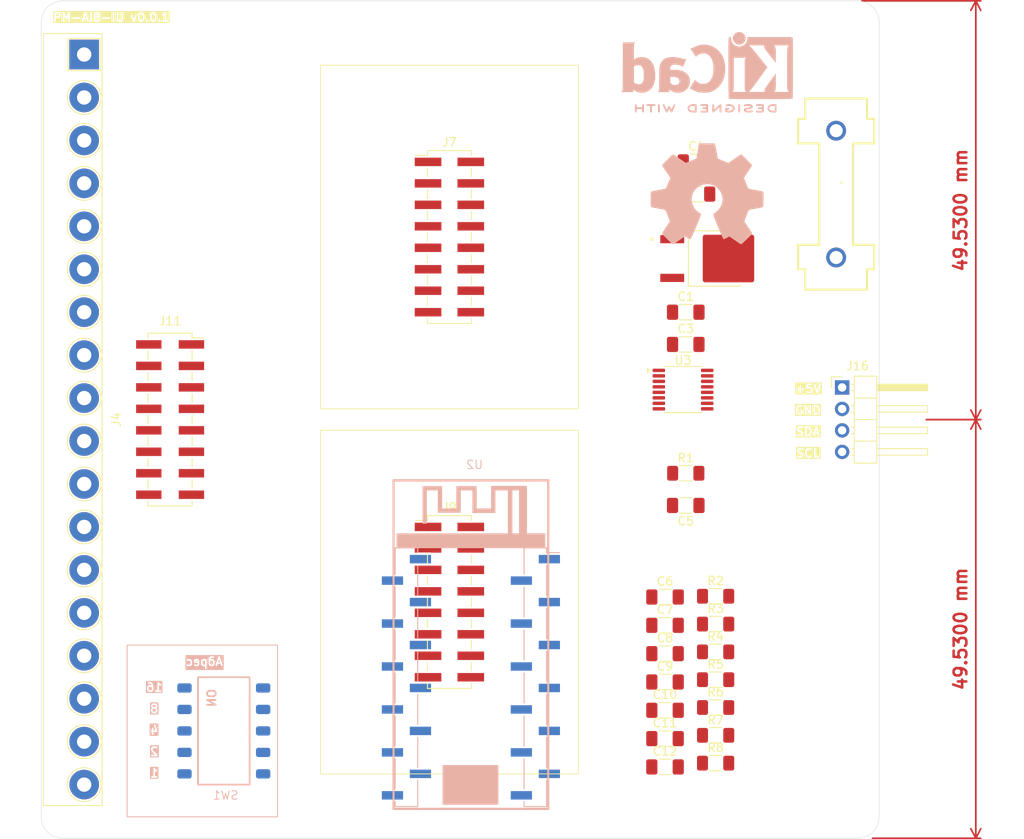
<source format=kicad_pcb>
(kicad_pcb (version 20240108) (generator "pcbnew") (generator_version "8.0")
  (layers (0 "F.Cu" signal) (31 "B.Cu" signal) (34 "B.Paste" user) (35 "F.Paste" user) (36 "B.SilkS" user "B.Silkscreen") (37 "F.SilkS" user "F.Silkscreen") (38 "B.Mask" user) (39 "F.Mask" user) (44 "Edge.Cuts" user))
  (net 0 "")
  (net 1 "/SCL")
  (net 2 "/SDA")
  (net 3 "GND")
  (net 4 "/AIN0")
  (net 5 "/AIN1")
  (net 6 "/AIN2")
  (net 7 "/AIN3")
  (net 8 "/AIN7")
  (net 10 "/AIN6")
  (net 11 "/AIN4")
  (net 12 "/AIN5")
  (net 44 "+3.3V")
  (net 45 "Net-(J7-Pin_4)")
  (net 46 "Net-(J7-Pin_6)")
  (net 47 "Net-(J7-Pin_2)")
  (net 48 "Net-(J7-Pin_8)")
  (net 49 "Net-(J9-Pin_6)")
  (net 50 "Net-(J9-Pin_4)")
  (net 51 "Net-(J9-Pin_2)")
  (net 52 "Net-(J9-Pin_8)")
  (net 53 "/MOSI")
  (net 54 "/CLK")
  (net 55 "/CS")
  (net 56 "/MISO")
  (net 65 "Net-(J16-Pin_1)")
  (net 66 "Net-(J2-Pin_2)")
  (net 67 "Net-(J2-Pin_3)")
  (net 68 "Net-(J2-Pin_5)")
  (net 69 "Net-(J2-Pin_1)")
  (net 70 "Net-(J2-Pin_4)")
  (net 71 "+5V")
  (net 72 "/AVCC")
  (net 73 "Net-(U3-IN0)")
  (net 74 "Net-(U3-IN1)")
  (net 75 "Net-(U3-IN2)")
  (net 76 "Net-(U3-IN3)")
  (net 77 "Net-(U3-IN4)")
  (net 78 "Net-(U3-IN5)")
  (net 79 "Net-(U3-IN6)")
  (net 80 "Net-(U3-IN7)")
  (footprint "MountingHole:MountingHole_3.2mm_M3" (layer "F.Cu") (at 60.96 146.05)
    (property "Reference" "H4" (hide yes))
    (property "Value" "MountingHole" (hide yes))
    (pad "" np_thru_hole circle (at 0 0) (size 3.2 3.2) (drill 3.2) (layers "F&B.Cu" "*.Mask"))
  )
  (footprint "Capacitor_SMD:C_1206_3216Metric_Pad1.33x1.80mm_HandSolder" (layer "F.Cu") (at 102.87 73.66)
    (property "Reference" "C2" (at 0 -1.85 0) (layer "F.SilkS"))
    (property "Value" "100nF 1206")
    (pad "1" smd roundrect (at -1.5625 0) (size 1.325 1.8) (layers "F.Cu" "F.Paste" "F.Mask") (roundrect_rratio 0.188679) (net 71 "+5V"))
    (pad "2" smd roundrect (at 1.5625 0) (size 1.325 1.8) (layers "F.Cu" "F.Paste" "F.Mask") (roundrect_rratio 0.188679) (net 3 "GND"))
  )
  (footprint "Package_SO:TSSOP-16_4.4x5mm_P0.65mm" (layer "F.Cu") (at 101.2775 96.785)
    (property "Reference" "U3" (at 0 -3.45 0) (layer "F.SilkS"))
    (property "Value" "ADC128S102CIMT")
    (pad "1" smd roundrect (at -2.8625 -2.275) (size 1.475 0.4) (layers "F.Cu" "F.Paste" "F.Mask") (net 55 "/CS"))
    (pad "2" smd roundrect (at -2.8625 -1.625) (size 1.475 0.4) (layers "F.Cu" "F.Paste" "F.Mask") (net 72 "/AVCC"))
    (pad "3" smd roundrect (at -2.8625 -0.975) (size 1.475 0.4) (layers "F.Cu" "F.Paste" "F.Mask") (net 3 "GND"))
    (pad "4" smd roundrect (at -2.8625 -0.325) (size 1.475 0.4) (layers "F.Cu" "F.Paste" "F.Mask") (net 73 "Net-(U3-IN0)"))
    (pad "5" smd roundrect (at -2.8625 0.325) (size 1.475 0.4) (layers "F.Cu" "F.Paste" "F.Mask") (net 74 "Net-(U3-IN1)"))
    (pad "6" smd roundrect (at -2.8625 0.975) (size 1.475 0.4) (layers "F.Cu" "F.Paste" "F.Mask") (net 75 "Net-(U3-IN2)"))
    (pad "7" smd roundrect (at -2.8625 1.625) (size 1.475 0.4) (layers "F.Cu" "F.Paste" "F.Mask") (net 76 "Net-(U3-IN3)"))
    (pad "8" smd roundrect (at -2.8625 2.275) (size 1.475 0.4) (layers "F.Cu" "F.Paste" "F.Mask") (net 77 "Net-(U3-IN4)"))
    (pad "9" smd roundrect (at 2.8625 2.275) (size 1.475 0.4) (layers "F.Cu" "F.Paste" "F.Mask") (net 78 "Net-(U3-IN5)"))
    (pad "10" smd roundrect (at 2.8625 1.625) (size 1.475 0.4) (layers "F.Cu" "F.Paste" "F.Mask") (net 79 "Net-(U3-IN6)"))
    (pad "11" smd roundrect (at 2.8625 0.975) (size 1.475 0.4) (layers "F.Cu" "F.Paste" "F.Mask") (net 80 "Net-(U3-IN7)"))
    (pad "12" smd roundrect (at 2.8625 0.325) (size 1.475 0.4) (layers "F.Cu" "F.Paste" "F.Mask") (net 3 "GND"))
    (pad "13" smd roundrect (at 2.8625 -0.325) (size 1.475 0.4) (layers "F.Cu" "F.Paste" "F.Mask") (net 44 "+3.3V"))
    (pad "14" smd roundrect (at 2.8625 -0.975) (size 1.475 0.4) (layers "F.Cu" "F.Paste" "F.Mask") (net 53 "/MOSI"))
    (pad "15" smd roundrect (at 2.8625 -1.625) (size 1.475 0.4) (layers "F.Cu" "F.Paste" "F.Mask") (net 56 "/MISO"))
    (pad "16" smd roundrect (at 2.8625 -2.275) (size 1.475 0.4) (layers "F.Cu" "F.Paste" "F.Mask") (net 54 "/CLK"))
  )
  (footprint "Connector_PinHeader_2.54mm:PinHeader_2x08_P2.54mm_Vertical_SMD" (layer "F.Cu") (at 73.66 121.92)
    (property "Reference" "J9" (at 0 -11.22 0) (layer "F.SilkS"))
    (property "Value" "PinHeader P2.54 02x08 SMD Straight")
    (pad "1" smd rect (at -2.525 -8.89) (size 3.15 1) (layers "F.Cu" "F.Paste" "F.Mask") (net 11 "/AIN4"))
    (pad "2" smd rect (at 2.525 -8.89) (size 3.15 1) (layers "F.Cu" "F.Paste" "F.Mask") (net 51 "Net-(J9-Pin_2)"))
    (pad "3" smd rect (at -2.525 -6.35) (size 3.15 1) (layers "F.Cu" "F.Paste" "F.Mask") (net 12 "/AIN5"))
    (pad "4" smd rect (at 2.525 -6.35) (size 3.15 1) (layers "F.Cu" "F.Paste" "F.Mask") (net 50 "Net-(J9-Pin_4)"))
    (pad "5" smd rect (at -2.525 -3.81) (size 3.15 1) (layers "F.Cu" "F.Paste" "F.Mask") (net 10 "/AIN6"))
    (pad "6" smd rect (at 2.525 -3.81) (size 3.15 1) (layers "F.Cu" "F.Paste" "F.Mask") (net 49 "Net-(J9-Pin_6)"))
    (pad "7" smd rect (at -2.525 -1.27) (size 3.15 1) (layers "F.Cu" "F.Paste" "F.Mask") (net 8 "/AIN7"))
    (pad "8" smd rect (at 2.525 -1.27) (size 3.15 1) (layers "F.Cu" "F.Paste" "F.Mask") (net 52 "Net-(J9-Pin_8)"))
    (pad "9" smd rect (at -2.525 1.27) (size 3.15 1) (layers "F.Cu" "F.Paste" "F.Mask"))
    (pad "10" smd rect (at 2.525 1.27) (size 3.15 1) (layers "F.Cu" "F.Paste" "F.Mask"))
    (pad "11" smd rect (at -2.525 3.81) (size 3.15 1) (layers "F.Cu" "F.Paste" "F.Mask"))
    (pad "12" smd rect (at 2.525 3.81) (size 3.15 1) (layers "F.Cu" "F.Paste" "F.Mask"))
    (pad "13" smd rect (at -2.525 6.35) (size 3.15 1) (layers "F.Cu" "F.Paste" "F.Mask"))
    (pad "14" smd rect (at 2.525 6.35) (size 3.15 1) (layers "F.Cu" "F.Paste" "F.Mask"))
    (pad "15" smd rect (at -2.525 8.89) (size 3.15 1) (layers "F.Cu" "F.Paste" "F.Mask"))
    (pad "16" smd rect (at 2.525 8.89) (size 3.15 1) (layers "F.Cu" "F.Paste" "F.Mask") (net 3 "GND"))
  )
  (footprint "kicad_inventree_lib:LP2950CDT-5.0RKG" (layer "F.Cu") (at 104.14 81.28)
    (property "Reference" "D1" (at -2.63 -5.155 0) (layer "F.SilkS"))
    (property "Value" "LP2950CDT-5.0RKG")
    (pad "1" smd roundrect (at -4.14 -2.29) (size 2.83 0.97) (layers "F.Cu" "F.Paste" "F.Mask") (roundrect_rratio 0.05) (net 71 "+5V"))
    (pad "3" smd roundrect (at -4.14 2.29) (size 2.83 0.97) (layers "F.Cu" "F.Paste" "F.Mask") (roundrect_rratio 0.05) (net 72 "/AVCC"))
    (pad "4" smd roundrect (at 2.51 0) (size 6.09 5.63) (layers "F.Cu" "F.Mask") (roundrect_rratio 0.05) (net 3 "GND"))
  )
  (footprint "Capacitor_SMD:C_1206_3216Metric_Pad1.33x1.80mm_HandSolder" (layer "F.Cu") (at 99.15 124.67)
    (property "Reference" "C7" (at 0 -1.85 0) (layer "F.SilkS"))
    (property "Value" "1nF 1206")
    (pad "1" smd roundrect (at -1.5625 0) (size 1.325 1.8) (layers "F.Cu" "F.Paste" "F.Mask") (roundrect_rratio 0.188679) (net 75 "Net-(U3-IN2)"))
    (pad "2" smd roundrect (at 1.5625 0) (size 1.325 1.8) (layers "F.Cu" "F.Paste" "F.Mask") (roundrect_rratio 0.188679) (net 3 "GND"))
  )
  (footprint "Resistor_SMD:R_1206_3216Metric_Pad1.30x1.75mm_HandSolder" (layer "F.Cu") (at 105.13 121.23)
    (property "Reference" "R2" (at 0 -1.82 0) (layer "F.SilkS"))
    (property "Value" "22")
    (pad "1" smd roundrect (at -1.55 0) (size 1.3 1.75) (layers "F.Cu" "F.Paste" "F.Mask") (roundrect_rratio 0.192308) (net 45 "Net-(J7-Pin_4)"))
    (pad "2" smd roundrect (at 1.55 0) (size 1.3 1.75) (layers "F.Cu" "F.Paste" "F.Mask") (roundrect_rratio 0.192308) (net 74 "Net-(U3-IN1)"))
  )
  (footprint "Capacitor_SMD:C_1206_3216Metric_Pad1.33x1.80mm_HandSolder" (layer "F.Cu") (at 99.15 138.07)
    (property "Reference" "C11" (at 0 -1.85 0) (layer "F.SilkS"))
    (property "Value" "1nF 1206")
    (pad "1" smd roundrect (at -1.5625 0) (size 1.325 1.8) (layers "F.Cu" "F.Paste" "F.Mask") (roundrect_rratio 0.188679) (net 79 "Net-(U3-IN6)"))
    (pad "2" smd roundrect (at 1.5625 0) (size 1.325 1.8) (layers "F.Cu" "F.Paste" "F.Mask") (roundrect_rratio 0.188679) (net 3 "GND"))
  )
  (footprint "Capacitor_SMD:C_1206_3216Metric_Pad1.33x1.80mm_HandSolder" (layer "F.Cu") (at 99.15 131.37)
    (property "Reference" "C9" (at 0 -1.85 0) (layer "F.SilkS"))
    (property "Value" "1nF 1206")
    (pad "1" smd roundrect (at -1.5625 0) (size 1.325 1.8) (layers "F.Cu" "F.Paste" "F.Mask") (roundrect_rratio 0.188679) (net 77 "Net-(U3-IN4)"))
    (pad "2" smd roundrect (at 1.5625 0) (size 1.325 1.8) (layers "F.Cu" "F.Paste" "F.Mask") (roundrect_rratio 0.188679) (net 3 "GND"))
  )
  (footprint "Resistor_SMD:R_1206_3216Metric_Pad1.30x1.75mm_HandSolder" (layer "F.Cu") (at 101.6 106.68)
    (property "Reference" "R1" (at 0 -1.82 0) (layer "F.SilkS"))
    (property "Value" "22")
    (pad "1" smd roundrect (at -1.55 0) (size 1.3 1.75) (layers "F.Cu" "F.Paste" "F.Mask") (roundrect_rratio 0.192308) (net 47 "Net-(J7-Pin_2)"))
    (pad "2" smd roundrect (at 1.55 0) (size 1.3 1.75) (layers "F.Cu" "F.Paste" "F.Mask") (roundrect_rratio 0.192308) (net 73 "Net-(U3-IN0)"))
  )
  (footprint "Resistor_SMD:R_1206_3216Metric_Pad1.30x1.75mm_HandSolder" (layer "F.Cu") (at 105.13 124.52)
    (property "Reference" "R3" (at 0 -1.82 0) (layer "F.SilkS"))
    (property "Value" "22")
    (pad "1" smd roundrect (at -1.55 0) (size 1.3 1.75) (layers "F.Cu" "F.Paste" "F.Mask") (roundrect_rratio 0.192308) (net 46 "Net-(J7-Pin_6)"))
    (pad "2" smd roundrect (at 1.55 0) (size 1.3 1.75) (layers "F.Cu" "F.Paste" "F.Mask") (roundrect_rratio 0.192308) (net 75 "Net-(U3-IN2)"))
  )
  (footprint "MountingHole:MountingHole_3.2mm_M3" (layer "F.Cu") (at 120.65 146.05)
    (property "Reference" "H3" (hide yes))
    (property "Value" "MountingHole" (hide yes))
    (pad "" np_thru_hole circle (at 0 0) (size 3.2 3.2) (drill 3.2) (layers "F&B.Cu" "*.Mask"))
  )
  (footprint "MountingHole:MountingHole_3.2mm_M3" (layer "F.Cu") (at 120.65 54.61)
    (property "Reference" "H2" (hide yes))
    (property "Value" "MountingHole" (hide yes))
    (pad "" np_thru_hole circle (at 0 0) (size 3.2 3.2) (drill 3.2) (layers "F&B.Cu" "*.Mask"))
  )
  (footprint "Capacitor_SMD:C_1206_3216Metric_Pad1.33x1.80mm_HandSolder" (layer "F.Cu") (at 101.6 87.63)
    (property "Reference" "C1" (at 0 -1.85 0) (layer "F.SilkS"))
    (property "Value" "100nF 1206")
    (pad "1" smd roundrect (at -1.5625 0) (size 1.325 1.8) (layers "F.Cu" "F.Paste" "F.Mask") (roundrect_rratio 0.188679) (net 72 "/AVCC"))
    (pad "2" smd roundrect (at 1.5625 0) (size 1.325 1.8) (layers "F.Cu" "F.Paste" "F.Mask") (roundrect_rratio 0.188679) (net 3 "GND"))
  )
  (footprint "MountingHole:MountingHole_3.2mm_M3" (layer "F.Cu") (at 60.96 54.61)
    (property "Reference" "H1" (hide yes))
    (property "Value" "MountingHole" (hide yes))
    (pad "" np_thru_hole circle (at 0 0) (size 3.2 3.2) (drill 3.2) (layers "F&B.Cu" "*.Mask"))
  )
  (footprint "Resistor_SMD:R_1206_3216Metric_Pad1.30x1.75mm_HandSolder" (layer "F.Cu") (at 105.13 131.1)
    (property "Reference" "R5" (at 0 -1.82 0) (layer "F.SilkS"))
    (property "Value" "22")
    (pad "1" smd roundrect (at -1.55 0) (size 1.3 1.75) (layers "F.Cu" "F.Paste" "F.Mask") (roundrect_rratio 0.192308) (net 51 "Net-(J9-Pin_2)"))
    (pad "2" smd roundrect (at 1.55 0) (size 1.3 1.75) (layers "F.Cu" "F.Paste" "F.Mask") (roundrect_rratio 0.192308) (net 77 "Net-(U3-IN4)"))
  )
  (footprint "Capacitor_SMD:C_1206_3216Metric_Pad1.33x1.80mm_HandSolder" (layer "F.Cu") (at 99.15 121.32)
    (property "Reference" "C6" (at 0 -1.85 0) (layer "F.SilkS"))
    (property "Value" "1nF 1206")
    (pad "1" smd roundrect (at -1.5625 0) (size 1.325 1.8) (layers "F.Cu" "F.Paste" "F.Mask") (roundrect_rratio 0.188679) (net 74 "Net-(U3-IN1)"))
    (pad "2" smd roundrect (at 1.5625 0) (size 1.325 1.8) (layers "F.Cu" "F.Paste" "F.Mask") (roundrect_rratio 0.188679) (net 3 "GND"))
  )
  (footprint "Connector_PinSocket_2.54mm:PinSocket_2x08_P2.54mm_Vertical_SMD" (layer "F.Cu") (at 40.64 100.33)
    (property "Reference" "J11" (at 0 -11.66 0) (layer "F.SilkS"))
    (property "Value" "FemaleHeader P2.54 02x08 SMD Straight")
    (pad "1" smd rect (at 2.52 -8.89) (size 3 1) (layers "F.Cu" "F.Paste" "F.Mask"))
    (pad "2" smd rect (at -2.52 -8.89) (size 3 1) (layers "F.Cu" "F.Paste" "F.Mask"))
    (pad "3" smd rect (at 2.52 -6.35) (size 3 1) (layers "F.Cu" "F.Paste" "F.Mask"))
    (pad "4" smd rect (at -2.52 -6.35) (size 3 1) (layers "F.Cu" "F.Paste" "F.Mask"))
    (pad "5" smd rect (at 2.52 -3.81) (size 3 1) (layers "F.Cu" "F.Paste" "F.Mask"))
    (pad "6" smd rect (at -2.52 -3.81) (size 3 1) (layers "F.Cu" "F.Paste" "F.Mask"))
    (pad "7" smd rect (at 2.52 -1.27) (size 3 1) (layers "F.Cu" "F.Paste" "F.Mask"))
    (pad "8" smd rect (at -2.52 -1.27) (size 3 1) (layers "F.Cu" "F.Paste" "F.Mask"))
    (pad "9" smd rect (at 2.52 1.27) (size 3 1) (layers "F.Cu" "F.Paste" "F.Mask"))
    (pad "10" smd rect (at -2.52 1.27) (size 3 1) (layers "F.Cu" "F.Paste" "F.Mask"))
    (pad "11" smd rect (at 2.52 3.81) (size 3 1) (layers "F.Cu" "F.Paste" "F.Mask"))
    (pad "12" smd rect (at -2.52 3.81) (size 3 1) (layers "F.Cu" "F.Paste" "F.Mask"))
    (pad "13" smd rect (at 2.52 6.35) (size 3 1) (layers "F.Cu" "F.Paste" "F.Mask"))
    (pad "14" smd rect (at -2.52 6.35) (size 3 1) (layers "F.Cu" "F.Paste" "F.Mask"))
    (pad "15" smd rect (at 2.52 8.89) (size 3 1) (layers "F.Cu" "F.Paste" "F.Mask"))
    (pad "16" smd rect (at -2.52 8.89) (size 3 1) (layers "F.Cu" "F.Paste" "F.Mask"))
  )
  (footprint "Capacitor_SMD:C_1206_3216Metric_Pad1.33x1.80mm_HandSolder" (layer "F.Cu") (at 101.6 91.44)
    (property "Reference" "C3" (at 0 -1.85 0) (layer "F.SilkS"))
    (property "Value" "1uF 1206")
    (pad "1" smd roundrect (at -1.5625 0) (size 1.325 1.8) (layers "F.Cu" "F.Paste" "F.Mask") (roundrect_rratio 0.188679) (net 72 "/AVCC"))
    (pad "2" smd roundrect (at 1.5625 0) (size 1.325 1.8) (layers "F.Cu" "F.Paste" "F.Mask") (roundrect_rratio 0.188679) (net 3 "GND"))
  )
  (footprint "Capacitor_SMD:C_1206_3216Metric_Pad1.33x1.80mm_HandSolder" (layer "F.Cu") (at 101.6 110.49 180)
    (property "Reference" "C5" (at 0 -1.85 360) (layer "F.SilkS"))
    (property "Value" "1nF 1206")
    (pad "1" smd roundrect (at -1.5625 0 180) (size 1.325 1.8) (layers "F.Cu" "F.Paste" "F.Mask") (roundrect_rratio 0.188679) (net 73 "Net-(U3-IN0)"))
    (pad "2" smd roundrect (at 1.5625 0 180) (size 1.325 1.8) (layers "F.Cu" "F.Paste" "F.Mask") (roundrect_rratio 0.188679) (net 3 "GND"))
  )
  (footprint "Resistor_SMD:R_1206_3216Metric_Pad1.30x1.75mm_HandSolder" (layer "F.Cu") (at 105.13 127.81)
    (property "Reference" "R4" (at 0 -1.82 0) (layer "F.SilkS"))
    (property "Value" "22")
    (pad "1" smd roundrect (at -1.55 0) (size 1.3 1.75) (layers "F.Cu" "F.Paste" "F.Mask") (roundrect_rratio 0.192308) (net 48 "Net-(J7-Pin_8)"))
    (pad "2" smd roundrect (at 1.55 0) (size 1.3 1.75) (layers "F.Cu" "F.Paste" "F.Mask") (roundrect_rratio 0.192308) (net 76 "Net-(U3-IN3)"))
  )
  (footprint "Resistor_SMD:R_1206_3216Metric_Pad1.30x1.75mm_HandSolder" (layer "F.Cu") (at 105.13 137.68)
    (property "Reference" "R7" (at 0 -1.82 0) (layer "F.SilkS"))
    (property "Value" "22")
    (pad "1" smd roundrect (at -1.55 0) (size 1.3 1.75) (layers "F.Cu" "F.Paste" "F.Mask") (roundrect_rratio 0.192308) (net 49 "Net-(J9-Pin_6)"))
    (pad "2" smd roundrect (at 1.55 0) (size 1.3 1.75) (layers "F.Cu" "F.Paste" "F.Mask") (roundrect_rratio 0.192308) (net 79 "Net-(U3-IN6)"))
  )
  (footprint "Resistor_SMD:R_1206_3216Metric_Pad1.30x1.75mm_HandSolder" (layer "F.Cu") (at 105.13 134.39)
    (property "Reference" "R6" (at 0 -1.82 0) (layer "F.SilkS"))
    (property "Value" "22")
    (pad "1" smd roundrect (at -1.55 0) (size 1.3 1.75) (layers "F.Cu" "F.Paste" "F.Mask") (roundrect_rratio 0.192308) (net 50 "Net-(J9-Pin_4)"))
    (pad "2" smd roundrect (at 1.55 0) (size 1.3 1.75) (layers "F.Cu" "F.Paste" "F.Mask") (roundrect_rratio 0.192308) (net 78 "Net-(U3-IN5)"))
  )
  (footprint "Capacitor_SMD:C_1206_3216Metric_Pad1.33x1.80mm_HandSolder" (layer "F.Cu") (at 99.15 134.72)
    (property "Reference" "C10" (at 0 -1.85 0) (layer "F.SilkS"))
    (property "Value" "1nF 1206")
    (pad "1" smd roundrect (at -1.5625 0) (size 1.325 1.8) (layers "F.Cu" "F.Paste" "F.Mask") (roundrect_rratio 0.188679) (net 78 "Net-(U3-IN5)"))
    (pad "2" smd roundrect (at 1.5625 0) (size 1.325 1.8) (layers "F.Cu" "F.Paste" "F.Mask") (roundrect_rratio 0.188679) (net 3 "GND"))
  )
  (footprint "Capacitor_SMD:C_1206_3216Metric_Pad1.33x1.80mm_HandSolder" (layer "F.Cu") (at 99.15 128.02)
    (property "Reference" "C8" (at 0 -1.85 0) (layer "F.SilkS"))
    (property "Value" "1nF 1206")
    (pad "1" smd roundrect (at -1.5625 0) (size 1.325 1.8) (layers "F.Cu" "F.Paste" "F.Mask") (roundrect_rratio 0.188679) (net 76 "Net-(U3-IN3)"))
    (pad "2" smd roundrect (at 1.5625 0) (size 1.325 1.8) (layers "F.Cu" "F.Paste" "F.Mask") (roundrect_rratio 0.188679) (net 3 "GND"))
  )
  (footprint "Capacitor_SMD:C_1206_3216Metric_Pad1.33x1.80mm_HandSolder" (layer "F.Cu") (at 102.87 69.85)
    (property "Reference" "C4" (at 0 -1.85 0) (layer "F.SilkS"))
    (property "Value" "1uF 1206")
    (pad "1" smd roundrect (at -1.5625 0) (size 1.325 1.8) (layers "F.Cu" "F.Paste" "F.Mask") (roundrect_rratio 0.188679) (net 71 "+5V"))
    (pad "2" smd roundrect (at 1.5625 0) (size 1.325 1.8) (layers "F.Cu" "F.Paste" "F.Mask") (roundrect_rratio 0.188679) (net 3 "GND"))
  )
  (footprint "Connector_PinHeader_2.54mm:PinHeader_2x08_P2.54mm_Vertical_SMD" (layer "F.Cu") (at 73.66 78.74)
    (property "Reference" "J7" (at 0 -11.22 0) (layer "F.SilkS"))
    (property "Value" "PinHeader P2.54 02x08 SMD Straight")
    (pad "1" smd rect (at -2.525 -8.89) (size 3.15 1) (layers "F.Cu" "F.Paste" "F.Mask") (net 4 "/AIN0"))
    (pad "2" smd rect (at 2.525 -8.89) (size 3.15 1) (layers "F.Cu" "F.Paste" "F.Mask") (net 47 "Net-(J7-Pin_2)"))
    (pad "3" smd rect (at -2.525 -6.35) (size 3.15 1) (layers "F.Cu" "F.Paste" "F.Mask") (net 5 "/AIN1"))
    (pad "4" smd rect (at 2.525 -6.35) (size 3.15 1) (layers "F.Cu" "F.Paste" "F.Mask") (net 45 "Net-(J7-Pin_4)"))
    (pad "5" smd rect (at -2.525 -3.81) (size 3.15 1) (layers "F.Cu" "F.Paste" "F.Mask") (net 6 "/AIN2"))
    (pad "6" smd rect (at 2.525 -3.81) (size 3.15 1) (layers "F.Cu" "F.Paste" "F.Mask") (net 46 "Net-(J7-Pin_6)"))
    (pad "7" smd rect (at -2.525 -1.27) (size 3.15 1) (layers "F.Cu" "F.Paste" "F.Mask") (net 7 "/AIN3"))
    (pad "8" smd rect (at 2.525 -1.27) (size 3.15 1) (layers "F.Cu" "F.Paste" "F.Mask") (net 48 "Net-(J7-Pin_8)"))
    (pad "9" smd rect (at -2.525 1.27) (size 3.15 1) (layers "F.Cu" "F.Paste" "F.Mask"))
    (pad "10" smd rect (at 2.525 1.27) (size 3.15 1) (layers "F.Cu" "F.Paste" "F.Mask"))
    (pad "11" smd rect (at -2.525 3.81) (size 3.15 1) (layers "F.Cu" "F.Paste" "F.Mask"))
    (pad "12" smd rect (at 2.525 3.81) (size 3.15 1) (layers "F.Cu" "F.Paste" "F.Mask"))
    (pad "13" smd rect (at -2.525 6.35) (size 3.15 1) (layers "F.Cu" "F.Paste" "F.Mask"))
    (pad "14" smd rect (at 2.525 6.35) (size 3.15 1) (layers "F.Cu" "F.Paste" "F.Mask"))
    (pad "15" smd rect (at -2.525 8.89) (size 3.15 1) (layers "F.Cu" "F.Paste" "F.Mask"))
    (pad "16" smd rect (at 2.525 8.89) (size 3.15 1) (layers "F.Cu" "F.Paste" "F.Mask") (net 3 "GND"))
  )
  (footprint "Capacitor_SMD:C_1206_3216Metric_Pad1.33x1.80mm_HandSolder" (layer "F.Cu") (at 99.15 141.42)
    (property "Reference" "C12" (at 0 -1.85 0) (layer "F.SilkS"))
    (property "Value" "1nF 1206")
    (pad "1" smd roundrect (at -1.5625 0) (size 1.325 1.8) (layers "F.Cu" "F.Paste" "F.Mask") (roundrect_rratio 0.188679) (net 80 "Net-(U3-IN7)"))
    (pad "2" smd roundrect (at 1.5625 0) (size 1.325 1.8) (layers "F.Cu" "F.Paste" "F.Mask") (roundrect_rratio 0.188679) (net 3 "GND"))
  )
  (footprint "Connector_PinHeader_2.54mm:PinHeader_1x04_P2.54mm_Horizontal" (layer "F.Cu") (at 120.085 96.53)
    (property "Reference" "J16" (at 1.835 -2.55 0) (layer "F.SilkS"))
    (property "Value" "Conn_01x04_Pin")
    (pad "1" thru_hole rect (at 0 0) (size 1.7 1.7) (drill 1) (layers "*.Cu" "*.Mask") (net 65 "Net-(J16-Pin_1)"))
    (pad "2" thru_hole oval (at 0 2.54) (size 1.7 1.7) (drill 1) (layers "*.Cu" "*.Mask") (net 3 "GND"))
    (pad "3" thru_hole oval (at 0 5.08) (size 1.7 1.7) (drill 1) (layers "*.Cu" "*.Mask") (net 2 "/SDA"))
    (pad "4" thru_hole oval (at 0 7.62) (size 1.7 1.7) (drill 1) (layers "*.Cu" "*.Mask") (net 1 "/SCL"))
  )
  (footprint "Resistor_SMD:R_1206_3216Metric_Pad1.30x1.75mm_HandSolder" (layer "F.Cu") (at 105.13 140.97)
    (property "Reference" "R8" (at 0 -1.82 0) (layer "F.SilkS"))
    (property "Value" "22")
    (pad "1" smd roundrect (at -1.55 0) (size 1.3 1.75) (layers "F.Cu" "F.Paste" "F.Mask") (roundrect_rratio 0.192308) (net 52 "Net-(J9-Pin_8)"))
    (pad "2" smd roundrect (at 1.55 0) (size 1.3 1.75) (layers "F.Cu" "F.Paste" "F.Mask") (roundrect_rratio 0.192308) (net 80 "Net-(U3-IN7)"))
  )
  (footprint "NextPCB:Degson_2EDGR-5.08-18P" (layer "F.Cu") (at 30.48 57.15 -90)
    (property "Reference" "J4" (at 43.18 -3.81 -90) (layer "F.SilkS"))
    (property "Value" "2EDGR-5.08-18P")
    (pad "1" thru_hole rect (at 0 0 270) (size 3.5 3.5) (drill 1.7) (layers "*.Cu" "*.Mask") (net 4 "/AIN0"))
    (pad "2" thru_hole circle (at 5.08 0 270) (size 3.5 3.5) (drill 1.7) (layers "*.Cu" "*.Mask") (net 3 "GND"))
    (pad "3" thru_hole circle (at 10.16 0 270) (size 3.5 3.5) (drill 1.7) (layers "*.Cu" "*.Mask") (net 5 "/AIN1"))
    (pad "4" thru_hole circle (at 15.24 0 270) (size 3.5 3.5) (drill 1.7) (layers "*.Cu" "*.Mask") (net 3 "GND"))
    (pad "5" thru_hole circle (at 20.32 0 270) (size 3.5 3.5) (drill 1.7) (layers "*.Cu" "*.Mask") (net 6 "/AIN2"))
    (pad "6" thru_hole circle (at 25.4 0 270) (size 3.5 3.5) (drill 1.7) (layers "*.Cu" "*.Mask") (net 3 "GND"))
    (pad "7" thru_hole circle (at 30.48 0 270) (size 3.5 3.5) (drill 1.7) (layers "*.Cu" "*.Mask") (net 7 "/AIN3"))
    (pad "8" thru_hole circle (at 35.56 0 270) (size 3.5 3.5) (drill 1.7) (layers "*.Cu" "*.Mask") (net 3 "GND"))
    (pad "9" thru_hole circle (at 40.64 0 270) (size 3.5 3.5) (drill 1.7) (layers "*.Cu" "*.Mask") (net 11 "/AIN4"))
    (pad "10" thru_hole circle (at 45.72 0 270) (size 3.5 3.5) (drill 1.7) (layers "*.Cu" "*.Mask") (net 3 "GND"))
    (pad "11" thru_hole circle (at 50.8 0 270) (size 3.5 3.5) (drill 1.7) (layers "*.Cu" "*.Mask") (net 12 "/AIN5"))
    (pad "12" thru_hole circle (at 55.88 0 270) (size 3.5 3.5) (drill 1.7) (layers "*.Cu" "*.Mask") (net 3 "GND"))
    (pad "13" thru_hole circle (at 60.96 0 270) (size 3.5 3.5) (drill 1.7) (layers "*.Cu" "*.Mask") (net 10 "/AIN6"))
    (pad "14" thru_hole circle (at 66.04 0 270) (size 3.5 3.5) (drill 1.7) (layers "*.Cu" "*.Mask") (net 3 "GND"))
    (pad "15" thru_hole circle (at 71.12 0 270) (size 3.5 3.5) (drill 1.7) (layers "*.Cu" "*.Mask") (net 8 "/AIN7"))
    (pad "16" thru_hole circle (at 76.2 0 270) (size 3.5 3.5) (drill 1.7) (layers "*.Cu" "*.Mask") (net 3 "GND"))
    (pad "17" thru_hole circle (at 81.28 0 270) (size 3.5 3.5) (drill 1.7) (layers "*.Cu" "*.Mask"))
    (pad "18" thru_hole circle (at 86.36 0 270) (size 3.5 3.5) (drill 1.7) (layers "*.Cu" "*.Mask"))
  )
  (footprint "NextPCB:Fuseholder" (layer "F.Cu") (at 119.38 73.66 -90)
    (property "Reference" "U1" (at -0.336 -0.032 90) (layer "F.SilkS") (effects (font (size 1.27 1.27) (thickness 0.254))))
    (property "Value" "64900001039" (hide yes))
    (pad "" np_thru_hole circle (at 0 0 270) (size 2.65 2.65) (drill 2.65) (layers "*.Cu" "*.Mask"))
    (pad "1" thru_hole circle (at -7.5 0 270) (size 2.35 2.35) (drill 1.55) (layers "*.Cu" "*.Mask") (net 71 "+5V"))
    (pad "2" thru_hole circle (at 7.5 0 270) (size 2.35 2.35) (drill 1.55) (layers "*.Cu" "*.Mask") (net 65 "Net-(J16-Pin_1)"))
  )
  (footprint "Connector_PinHeader_2.54mm:PinHeader_1x12_P2.54mm_Vertical_SMD_Pin1Left" (layer "B.Cu") (at 83.82 130.81 180)
    (property "Reference" "J2" (at 0 16.3 0) (layer "B.SilkS") (effects (justify mirror)))
    (property "Value" "PinHeader P2.54 01x12 SMD Straight")
    (pad "1" smd rect (at -1.655 13.97 180) (size 2.51 1) (layers "B.Cu" "B.Paste" "B.Mask") (net 69 "Net-(J2-Pin_1)"))
    (pad "2" smd rect (at 1.655 11.43 180) (size 2.51 1) (layers "B.Cu" "B.Paste" "B.Mask") (net 66 "Net-(J2-Pin_2)"))
    (pad "3" smd rect (at -1.655 8.89 180) (size 2.51 1) (layers "B.Cu" "B.Paste" "B.Mask") (net 67 "Net-(J2-Pin_3)"))
    (pad "4" smd rect (at 1.655 6.35 180) (size 2.51 1) (layers "B.Cu" "B.Paste" "B.Mask") (net 70 "Net-(J2-Pin_4)"))
    (pad "5" smd rect (at -1.655 3.81 180) (size 2.51 1) (layers "B.Cu" "B.Paste" "B.Mask") (net 68 "Net-(J2-Pin_5)"))
    (pad "6" smd rect (at 1.655 1.27 180) (size 2.51 1) (layers "B.Cu" "B.Paste" "B.Mask"))
    (pad "7" smd rect (at -1.655 -1.27 180) (size 2.51 1) (layers "B.Cu" "B.Paste" "B.Mask"))
    (pad "8" smd rect (at 1.655 -3.81 180) (size 2.51 1) (layers "B.Cu" "B.Paste" "B.Mask") (net 53 "/MOSI"))
    (pad "9" smd rect (at -1.655 -6.35 180) (size 2.51 1) (layers "B.Cu" "B.Paste" "B.Mask") (net 71 "+5V"))
    (pad "10" smd rect (at 1.655 -8.89 180) (size 2.51 1) (layers "B.Cu" "B.Paste" "B.Mask"))
    (pad "11" smd rect (at -1.655 -11.43 180) (size 2.51 1) (layers "B.Cu" "B.Paste" "B.Mask") (net 3 "GND"))
    (pad "12" smd rect (at 1.655 -13.97 180) (size 2.51 1) (layers "B.Cu" "B.Paste" "B.Mask") (net 3 "GND"))
  )
  (footprint "Connector_PinHeader_2.54mm:PinHeader_1x12_P2.54mm_Vertical_SMD_Pin1Left" (layer "B.Cu") (at 68.58 130.81 180)
    (property "Reference" "J3" (at 0 16.3 0) (layer "B.SilkS") (effects (justify mirror)))
    (property "Value" "PinHeader P2.54 01x12 SMD Straight")
    (pad "1" smd rect (at -1.655 13.97 180) (size 2.51 1) (layers "B.Cu" "B.Paste" "B.Mask"))
    (pad "2" smd rect (at 1.655 11.43 180) (size 2.51 1) (layers "B.Cu" "B.Paste" "B.Mask"))
    (pad "3" smd rect (at -1.655 8.89 180) (size 2.51 1) (layers "B.Cu" "B.Paste" "B.Mask"))
    (pad "4" smd rect (at 1.655 6.35 180) (size 2.51 1) (layers "B.Cu" "B.Paste" "B.Mask"))
    (pad "5" smd rect (at -1.655 3.81 180) (size 2.51 1) (layers "B.Cu" "B.Paste" "B.Mask"))
    (pad "6" smd rect (at 1.655 1.27 180) (size 2.51 1) (layers "B.Cu" "B.Paste" "B.Mask") (net 55 "/CS"))
    (pad "7" smd rect (at -1.655 -1.27 180) (size 2.51 1) (layers "B.Cu" "B.Paste" "B.Mask") (net 54 "/CLK"))
    (pad "8" smd rect (at 1.655 -3.81 180) (size 2.51 1) (layers "B.Cu" "B.Paste" "B.Mask") (net 56 "/MISO"))
    (pad "9" smd rect (at -1.655 -6.35 180) (size 2.51 1) (layers "B.Cu" "B.Paste" "B.Mask") (net 44 "+3.3V"))
    (pad "10" smd rect (at 1.655 -8.89 180) (size 2.51 1) (layers "B.Cu" "B.Paste" "B.Mask") (net 44 "+3.3V"))
    (pad "11" smd rect (at -1.655 -11.43 180) (size 2.51 1) (layers "B.Cu" "B.Paste" "B.Mask") (net 3 "GND"))
    (pad "12" smd rect (at 1.655 -13.97 180) (size 2.51 1) (layers "B.Cu" "B.Paste" "B.Mask") (net 3 "GND"))
  )
  (footprint "Symbol:KiCad-Logo2_8mm_SilkScreen" (layer "B.Cu") (at 104.14 58.42 180)
    (property "Reference" "logo_kicad" (hide yes))
    (property "Value" "KiCad-Logo2_8mm_SilkScreen" (hide yes))
  )
  (footprint "Symbol:OSHW-Symbol_13.4x12mm_SilkScreen" (layer "B.Cu") (at 104.14 73.66 180)
    (property "Reference" "logo_oshw" (hide yes))
    (property "Value" "OSHW-Symbol_13.4x12mm_SilkScreen" (hide yes))
  )
  (footprint "kicad_inventree_lib:DSIC05LS-P" (layer "B.Cu") (at 42.34 137.16 -90)
    (property "Reference" "SW1" (at 7.62 -4.855 0) (layer "B.SilkS") (effects (font (thickness 0.1)) (justify mirror)))
    (property "Value" "DSIC05LS-P")
    (fp_text user "ON" (at -5.08 -3.81 90) (layer "B.SilkS") (effects (font (thickness 0.2) (bold yes)) (justify left bottom mirror)))
    (pad "1" smd roundrect (at 5.08 0 270) (size 1.1 1.7) (layers "B.Cu" "B.Paste" "B.Mask") (net 68 "Net-(J2-Pin_5)"))
    (pad "2" smd roundrect (at 2.54 0 270) (size 1.1 1.7) (layers "B.Cu" "B.Paste" "B.Mask") (net 70 "Net-(J2-Pin_4)"))
    (pad "3" smd roundrect (at 0 0 270) (size 1.1 1.7) (layers "B.Cu" "B.Paste" "B.Mask") (net 67 "Net-(J2-Pin_3)"))
    (pad "4" smd roundrect (at -2.54 0 270) (size 1.1 1.7) (layers "B.Cu" "B.Paste" "B.Mask") (net 66 "Net-(J2-Pin_2)"))
    (pad "5" smd roundrect (at -5.08 0 270) (size 1.1 1.7) (layers "B.Cu" "B.Paste" "B.Mask") (net 69 "Net-(J2-Pin_1)"))
    (pad "6" smd roundrect (at -5.08 -9.3 270) (size 1.1 1.7) (layers "B.Cu" "B.Paste" "B.Mask") (net 3 "GND"))
    (pad "7" smd roundrect (at -2.54 -9.3 270) (size 1.1 1.7) (layers "B.Cu" "B.Paste" "B.Mask") (net 3 "GND"))
    (pad "8" smd roundrect (at 0 -9.3 270) (size 1.1 1.7) (layers "B.Cu" "B.Paste" "B.Mask") (net 3 "GND"))
    (pad "9" smd roundrect (at 2.54 -9.3 270) (size 1.1 1.7) (layers "B.Cu" "B.Paste" "B.Mask") (net 3 "GND"))
    (pad "10" smd roundrect (at 5.08 -9.3 270) (size 1.1 1.7) (layers "B.Cu" "B.Paste" "B.Mask") (net 3 "GND"))
  )
  (footprint "kicad_inventree_lib:Weact ESP32-C3FH4" (layer "B.Cu") (at 76.6318 107.569 180)
    (property "Reference" "U2" (at 0 1.905 0) (layer "B.SilkS") (effects (font (thickness 0.1)) (justify mirror)))
    (property "Value" "Weact ESP32-C3FH4")
  )
  (gr_rect (start 35.56 127) (end 53.34 147.32) (stroke (width 0.1)) (fill none) (layer "B.SilkS"))
  (gr_rect (start 58.42 58.42) (end 88.9 99.06) (stroke (width 0.1)) (fill none) (layer "F.SilkS"))
  (gr_rect (start 58.42 101.6) (end 88.9 142.24) (stroke (width 0.1)) (fill none) (layer "F.SilkS"))
  (gr_arc (start 124.46 147.32) (mid 123.716051 149.116051) (end 121.92 149.86) (stroke (width 0.05)) (layer "Edge.Cuts"))
  (gr_line (start 124.46 53.34) (end 124.46 147.32) (stroke (width 0.05)) (layer "Edge.Cuts"))
  (gr_arc (start 25.4 53.34) (mid 26.143949 51.543949) (end 27.94 50.8) (stroke (width 0.05)) (layer "Edge.Cuts"))
  (gr_arc (start 27.94 149.86) (mid 26.143949 149.116051) (end 25.4 147.32) (stroke (width 0.05)) (layer "Edge.Cuts"))
  (gr_line (start 121.92 149.86) (end 27.94 149.86) (stroke (width 0.05)) (layer "Edge.Cuts"))
  (gr_line (start 25.4 147.32) (end 25.4 53.34) (stroke (width 0.05)) (layer "Edge.Cuts"))
  (gr_line (start 27.94 50.8) (end 121.92 50.8) (stroke (width 0.05)) (layer "Edge.Cuts"))
  (gr_arc (start 121.92 50.8) (mid 123.716051 51.543949) (end 124.46 53.34) (stroke (width 0.05)) (layer "Edge.Cuts"))
  (gr_text "8" (at 39.37 135.128 -0) (layer "B.SilkS" knockout) (effects (font (size 1 1) (thickness 0.2) (bold yes)) (justify left bottom mirror)))
  (gr_text "1" (at 39.37 142.748 -0) (layer "B.SilkS" knockout) (effects (font (size 1 1) (thickness 0.2) (bold yes)) (justify left bottom mirror)))
  (gr_text "2" (at 39.37 140.208 -0) (layer "B.SilkS" knockout) (effects (font (size 1 1) (thickness 0.2) (bold yes)) (justify left bottom mirror)))
  (gr_text "Адрес" (at 46.99 129.54 -0) (layer "B.SilkS" knockout) (effects (font (size 1 1) (thickness 0.2) (bold yes)) (justify left bottom mirror)))
  (gr_text "16" (at 39.846191 132.588 -0) (layer "B.SilkS" knockout) (effects (font (size 1 1) (thickness 0.2) (bold yes)) (justify left bottom mirror)))
  (gr_text "4" (at 39.37 137.668 -0) (layer "B.SilkS" knockout) (effects (font (size 1 1) (thickness 0.2) (bold yes)) (justify left bottom mirror)))
  (gr_text "PM-AI8-IU v0.0.1" (at 26.67 53.34 0) (layer "F.SilkS" knockout) (effects (font (size 1 1) (thickness 0.2) (bold yes)) (justify left bottom)))
  (gr_text "SDA" (at 114.506428 102.362 0) (layer "F.SilkS" knockout) (effects (font (size 1 1) (thickness 0.2) (bold yes)) (justify left bottom)))
  (gr_text "+5V" (at 114.387381 97.282 0) (layer "F.SilkS" knockout) (effects (font (size 1 1) (thickness 0.2) (bold yes)) (justify left bottom)))
  (gr_text "SCL" (at 114.530238 104.902 0) (layer "F.SilkS" knockout) (effects (font (size 1 1) (thickness 0.2) (bold yes)) (justify left bottom)))
  (gr_text "GND" (at 114.387381 99.822 0) (layer "F.SilkS" knockout) (effects (font (size 1 1) (thickness 0.2) (bold yes)) (justify left bottom)))
  (dimension (type orthogonal) (layer "F.Cu") (pts (xy 121.92 50.8) (xy 129.54 100.33)) (height 13.97) (orientation 1) (gr_text "49,5300 mm" (at 134.09 75.565 90) (layer "F.Cu") (effects (font (size 1.5 1.5) (thickness 0.3)))) (format (prefix "") (suffix "") (units 3) (units_format 1) (precision 4)) (style (thickness 0.2) (arrow_length 1.27) (text_position_mode 0) (extension_height 0.58642) (extension_offset 0.5) keep_text_aligned))
  (dimension (type orthogonal) (layer "F.Cu") (pts (xy 123.19 149.86) (xy 129.54 100.33)) (height 12.7) (orientation 1) (gr_text "49,5300 mm" (at 134.09 125.095 90) (layer "F.Cu") (effects (font (size 1.5 1.5) (thickness 0.3)))) (format (prefix "") (suffix "") (units 3) (units_format 1) (precision 4)) (style (thickness 0.2) (arrow_length 1.27) (text_position_mode 0) (extension_height 0.58642) (extension_offset 0.5) keep_text_aligned))
)
</source>
